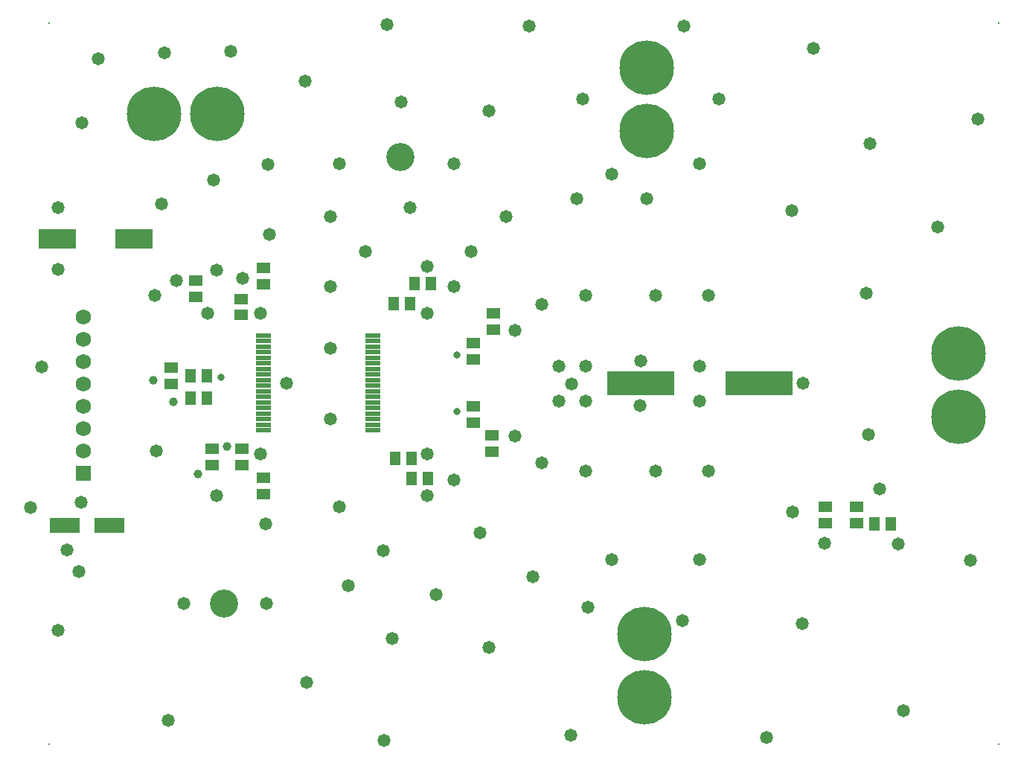
<source format=gbr>
%TF.GenerationSoftware,Altium Limited,Altium Designer,19.1.8 (144)*%
G04 Layer_Color=8388736*
%FSLAX26Y26*%
%MOIN*%
%TF.FileFunction,Soldermask,Top*%
%TF.Part,Single*%
G01*
G75*
%TA.AperFunction,ComponentPad*%
%ADD33C,0.244220*%
%ADD34C,0.068000*%
%ADD35R,0.068000X0.068000*%
%TA.AperFunction,ViaPad*%
%ADD36C,0.126110*%
%ADD37C,0.008000*%
%ADD38C,0.031622*%
%ADD39C,0.058000*%
%ADD40C,0.039496*%
%TA.AperFunction,SMDPad,CuDef*%
%ADD45R,0.065087X0.023748*%
%ADD46R,0.049339X0.059181*%
%ADD47R,0.059181X0.049339*%
%ADD48R,0.049339X0.063118*%
%ADD49R,0.063118X0.049339*%
%ADD50R,0.133984X0.070992*%
%ADD51R,0.303276X0.106425*%
%ADD52R,0.169417X0.086740*%
D33*
X4228346Y1905512D02*
D03*
Y1622047D02*
D03*
X2822835Y366142D02*
D03*
Y649606D02*
D03*
X2834646Y2901575D02*
D03*
Y3185039D02*
D03*
X625984Y2980315D02*
D03*
X909449D02*
D03*
D34*
X310039Y2068700D02*
D03*
Y1968700D02*
D03*
Y1868700D02*
D03*
Y1768700D02*
D03*
Y1668700D02*
D03*
Y1568700D02*
D03*
Y1468700D02*
D03*
D35*
Y1368700D02*
D03*
D36*
X941142Y786417D02*
D03*
X1729331Y2786417D02*
D03*
D37*
X4409449Y3385827D02*
D03*
X157480D02*
D03*
Y157480D02*
D03*
X4409449D02*
D03*
D38*
X1984252Y1897638D02*
D03*
Y1645669D02*
D03*
X925197Y1799213D02*
D03*
D39*
X637795Y1468504D02*
D03*
X122047Y1846457D02*
D03*
X893701Y2681102D02*
D03*
X3157480Y3047244D02*
D03*
X2547244D02*
D03*
X726772Y2231102D02*
D03*
X629921Y2165354D02*
D03*
X759842Y787402D02*
D03*
X3488189Y1196850D02*
D03*
X2803150Y1673228D02*
D03*
X2807087Y1874016D02*
D03*
X2496063Y1767716D02*
D03*
X3000000Y3374016D02*
D03*
X2307087D02*
D03*
X1669291Y3377953D02*
D03*
X303150Y2940945D02*
D03*
X196850Y665354D02*
D03*
X688976Y263779D02*
D03*
X1657480Y173228D02*
D03*
X2492126Y196850D02*
D03*
X3370079Y185039D02*
D03*
X3531496Y696850D02*
D03*
X3984252Y307087D02*
D03*
X4283465Y980315D02*
D03*
X3826772Y1543307D02*
D03*
X3814961Y2177165D02*
D03*
X4137795Y2472441D02*
D03*
X4314961Y2956693D02*
D03*
X3834646Y2846457D02*
D03*
X3484252Y2547244D02*
D03*
X3578740Y3271653D02*
D03*
X3877953Y1299213D02*
D03*
X3960630Y1051181D02*
D03*
X3629921Y1055118D02*
D03*
X1303150Y3125984D02*
D03*
X1311024Y433071D02*
D03*
X74803Y1216535D02*
D03*
X236220Y1027559D02*
D03*
X299213Y1240158D02*
D03*
X673228Y3251968D02*
D03*
X377953Y3224409D02*
D03*
X968504Y3259843D02*
D03*
X661417Y2574803D02*
D03*
X1137795Y2751968D02*
D03*
X1125984Y1141732D02*
D03*
X1129921Y787402D02*
D03*
X866142Y2086614D02*
D03*
X196850Y2559055D02*
D03*
Y2283465D02*
D03*
X1141732Y2440945D02*
D03*
X1023622Y2244095D02*
D03*
X1220472Y1771653D02*
D03*
X1102362Y2086614D02*
D03*
Y1456693D02*
D03*
X2125984Y2992126D02*
D03*
X1968504Y2755905D02*
D03*
X1732284Y3031496D02*
D03*
X1456693Y2755905D02*
D03*
X1771653Y2559055D02*
D03*
X1417323Y2519685D02*
D03*
X1574803Y2362205D02*
D03*
X1417323Y2204724D02*
D03*
Y1614173D02*
D03*
Y1929134D02*
D03*
X3070866Y2755905D02*
D03*
X2677165Y2708661D02*
D03*
X2834646Y2598425D02*
D03*
X2519685D02*
D03*
X2204724Y2519685D02*
D03*
X2047244Y2362205D02*
D03*
X1968504Y2204724D02*
D03*
X1850394Y2086614D02*
D03*
X2992126Y708661D02*
D03*
X3070866Y984252D02*
D03*
X2677165D02*
D03*
X2570866Y767716D02*
D03*
X2322835Y905512D02*
D03*
X2086614Y1102362D02*
D03*
X1968504Y1338583D02*
D03*
X1850394Y1456693D02*
D03*
X1692913Y629921D02*
D03*
X1496063Y866142D02*
D03*
X2125984Y590551D02*
D03*
X1889764Y826772D02*
D03*
X1653543Y1023622D02*
D03*
X1456693Y1220472D02*
D03*
X3110236Y2165354D02*
D03*
X2874016D02*
D03*
X2559055D02*
D03*
X2362205Y2125984D02*
D03*
X2244095Y2007874D02*
D03*
X2559055Y1692913D02*
D03*
Y1850394D02*
D03*
X3070866D02*
D03*
Y1692913D02*
D03*
X2440945D02*
D03*
Y1850394D02*
D03*
X3110236Y1377953D02*
D03*
X2874016D02*
D03*
X2559055D02*
D03*
X2362205Y1417323D02*
D03*
X2244095Y1535433D02*
D03*
X905512Y2279724D02*
D03*
X289370Y929134D02*
D03*
X1851378Y2295276D02*
D03*
X905512Y1267716D02*
D03*
X1849409D02*
D03*
X3532480Y1773622D02*
D03*
D40*
X622047Y1787402D02*
D03*
X712598Y1688976D02*
D03*
X952756Y1488189D02*
D03*
X822835Y1366142D02*
D03*
D45*
X1606300Y1561219D02*
D03*
Y1586219D02*
D03*
Y1611219D02*
D03*
Y1636219D02*
D03*
Y1661219D02*
D03*
Y1686219D02*
D03*
Y1711219D02*
D03*
Y1736219D02*
D03*
Y1761219D02*
D03*
Y1786219D02*
D03*
Y1811219D02*
D03*
Y1836219D02*
D03*
Y1861219D02*
D03*
Y1886219D02*
D03*
Y1911219D02*
D03*
Y1936219D02*
D03*
Y1961219D02*
D03*
Y1986219D02*
D03*
X1118111Y1561219D02*
D03*
Y1586219D02*
D03*
Y1611219D02*
D03*
Y1636219D02*
D03*
Y1661219D02*
D03*
Y1686219D02*
D03*
Y1711219D02*
D03*
Y1736219D02*
D03*
Y1761219D02*
D03*
Y1786219D02*
D03*
Y1811219D02*
D03*
Y1836219D02*
D03*
Y1861219D02*
D03*
Y1886219D02*
D03*
Y1911219D02*
D03*
Y1936219D02*
D03*
Y1961219D02*
D03*
Y1986219D02*
D03*
D46*
X789370Y1807087D02*
D03*
X862205D02*
D03*
D47*
X701772Y1769685D02*
D03*
Y1842520D02*
D03*
X3771654Y1145670D02*
D03*
Y1218505D02*
D03*
D48*
X1852363Y1346457D02*
D03*
X1779528D02*
D03*
X1778543Y1435039D02*
D03*
X1705709D02*
D03*
X789370Y1704724D02*
D03*
X862205D02*
D03*
X1771653Y2129921D02*
D03*
X1698819D02*
D03*
X1793306Y2220472D02*
D03*
X1866141D02*
D03*
X3925196Y1141732D02*
D03*
X3852361D02*
D03*
D49*
X1019686Y1405511D02*
D03*
Y1478345D02*
D03*
X886811Y1407480D02*
D03*
Y1480315D02*
D03*
X2139764Y1466537D02*
D03*
Y1539372D02*
D03*
X2055118Y1668307D02*
D03*
Y1595473D02*
D03*
X1116142Y1350394D02*
D03*
Y1277559D02*
D03*
X2056102Y1878937D02*
D03*
Y1951771D02*
D03*
X1115158Y2216535D02*
D03*
Y2289369D02*
D03*
X2145669Y2084646D02*
D03*
Y2011811D02*
D03*
X1015748Y2077756D02*
D03*
Y2150590D02*
D03*
X3633858Y1218503D02*
D03*
Y1145668D02*
D03*
X813386Y2158267D02*
D03*
Y2231102D02*
D03*
D50*
X227362Y1136811D02*
D03*
X428150D02*
D03*
D51*
X2805118Y1771653D02*
D03*
X3336614D02*
D03*
D52*
X535433Y2418307D02*
D03*
X192913D02*
D03*
%TF.MD5,c76f879ebc4184ecb8fe9016d0ef52be*%
M02*

</source>
